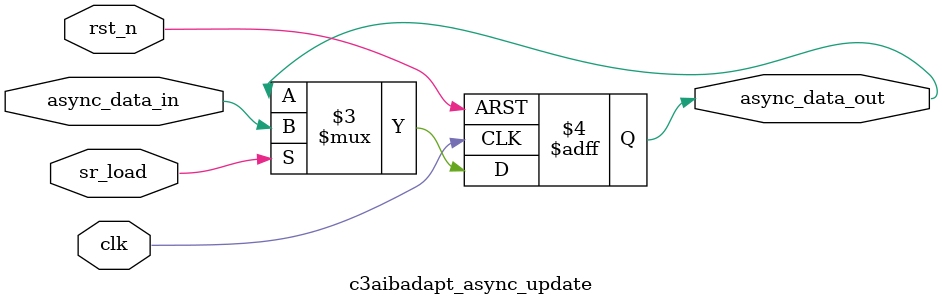
<source format=v>
module c3aibadapt_async_update  
 #(
    parameter AWIDTH    = 1,    // Async input width
    parameter RESET_VAL = 0     // Reset value
  )
(
input  wire              clk,     
input  wire              rst_n,   
input  wire              sr_load,
input  wire [AWIDTH-1:0] async_data_in, 
output reg  [AWIDTH-1:0] async_data_out 
);

localparam reset_value = (RESET_VAL == 1) ? 1'b1 : 1'b0;

always @(negedge rst_n or posedge clk)
  if (rst_n == 1'b0)
    begin
      async_data_out[AWIDTH-1:0] <= {(AWIDTH){reset_value}};
    end
  else
    begin
      async_data_out[AWIDTH-1:0] <= sr_load ? async_data_in[AWIDTH-1:0] : async_data_out[AWIDTH-1:0];
    end


endmodule


</source>
